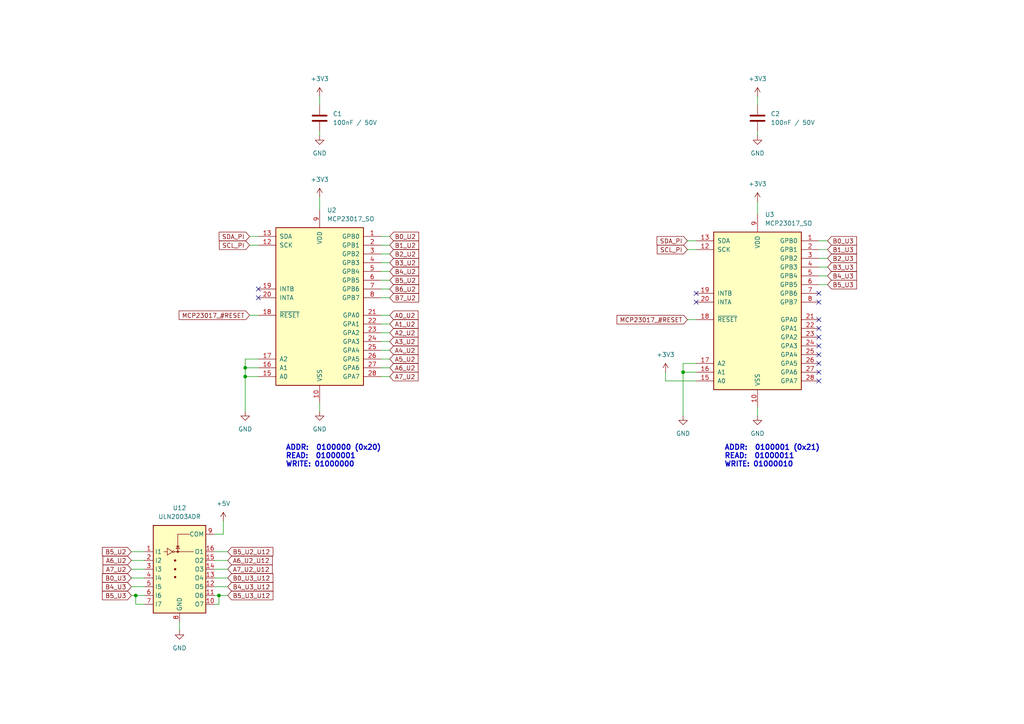
<source format=kicad_sch>
(kicad_sch (version 20250114) (generator "eeschema") (generator_version "9.0")
  (paper "A4")
  (lib_symbols
    (symbol "Device:C" (pin_numbers (hide yes)) (pin_names (offset 0.254))
      (property "Reference" "C" (at 0.635 2.54 0))
      (property "Value" "C" (at 0.635 -2.54 0))
      (symbol "C_0_1"
        (polyline (pts (xy -2.032 0.762) (xy 2.032 0.762)) (stroke (width 0.508)))
        (polyline (pts (xy -2.032 -0.762) (xy 2.032 -0.762)) (stroke (width 0.508)))
      )
      (symbol "C_1_1"
        (pin passive line (at 0 3.81 270) (length 2.794) (name "~") (number "1"))
        (pin passive line (at 0 -3.81 90) (length 2.794) (name "~") (number "2"))
      )
    )
    (symbol "Interface_Expansion:MCP23017_SO" (pin_names (offset 1.016))
      (property "Reference" "U" (at -11.43 24.13 0))
      (property "Value" "MCP23017_SO" (at 0 0 0))
      (symbol "MCP23017_SO_0_1"
        (rectangle (start -12.7 22.86) (end 12.7 -22.86) (stroke (width 0.254)) (fill (type background)))
      )
      (symbol "MCP23017_SO_1_1"
        (pin bidirectional line (at -17.78 20.32 0) (length 5.08) (name "SDA") (number "13"))
        (pin input line (at -17.78 17.78 0) (length 5.08) (name "SCK") (number "12"))
        (pin tri_state line (at -17.78 5.08 0) (length 5.08) (name "INTB") (number "19"))
        (pin tri_state line (at -17.78 2.54 0) (length 5.08) (name "INTA") (number "20"))
        (pin input line (at -17.78 -2.54 0) (length 5.08) (name "~{RESET}") (number "18"))
        (pin input line (at -17.78 -15.24 0) (length 5.08) (name "A2") (number "17"))
        (pin input line (at -17.78 -17.78 0) (length 5.08) (name "A1") (number "16"))
        (pin input line (at -17.78 -20.32 0) (length 5.08) (name "A0") (number "15"))
        (pin no_connect line (at -12.7 15.24 0) (length 5.08) (hide yes) (name "NC") (number "11"))
        (pin no_connect line (at -12.7 12.7 0) (length 5.08) (hide yes) (name "NC") (number "14"))
        (pin power_in line (at 0 27.94 270) (length 5.08) (name "VDD") (number "9"))
        (pin power_in line (at 0 -27.94 90) (length 5.08) (name "VSS") (number "10"))
        (pin bidirectional line (at 17.78 20.32 180) (length 5.08) (name "GPB0") (number "1"))
        (pin bidirectional line (at 17.78 17.78 180) (length 5.08) (name "GPB1") (number "2"))
        (pin bidirectional line (at 17.78 15.24 180) (length 5.08) (name "GPB2") (number "3"))
        (pin bidirectional line (at 17.78 12.7 180) (length 5.08) (name "GPB3") (number "4"))
        (pin bidirectional line (at 17.78 10.16 180) (length 5.08) (name "GPB4") (number "5"))
        (pin bidirectional line (at 17.78 7.62 180) (length 5.08) (name "GPB5") (number "6"))
        (pin bidirectional line (at 17.78 5.08 180) (length 5.08) (name "GPB6") (number "7"))
        (pin output line (at 17.78 2.54 180) (length 5.08) (name "GPB7") (number "8"))
        (pin bidirectional line (at 17.78 -2.54 180) (length 5.08) (name "GPA0") (number "21"))
        (pin bidirectional line (at 17.78 -5.08 180) (length 5.08) (name "GPA1") (number "22"))
        (pin bidirectional line (at 17.78 -7.62 180) (length 5.08) (name "GPA2") (number "23"))
        (pin bidirectional line (at 17.78 -10.16 180) (length 5.08) (name "GPA3") (number "24"))
        (pin bidirectional line (at 17.78 -12.7 180) (length 5.08) (name "GPA4") (number "25"))
        (pin bidirectional line (at 17.78 -15.24 180) (length 5.08) (name "GPA5") (number "26"))
        (pin bidirectional line (at 17.78 -17.78 180) (length 5.08) (name "GPA6") (number "27"))
        (pin output line (at 17.78 -20.32 180) (length 5.08) (name "GPA7") (number "28"))
      )
    )
    (symbol "Transistor_Array:ULN2003A"
      (property "Reference" "U" (at 0 15.875 0))
      (property "Value" "ULN2003A" (at 0 13.97 0))
      (symbol "ULN2003A_0_1"
        (rectangle (start -7.62 -12.7) (end 7.62 12.7) (stroke (width 0.254)) (fill (type background)))
        (polyline (pts (xy -4.572 5.08) (xy -3.556 5.08)))
        (polyline (pts (xy -3.556 6.096) (xy -3.556 4.064) (xy -2.032 5.08) (xy -3.556 6.096)))
        (circle (center -1.778 5.08) (radius 0.254))
        (polyline (pts (xy -1.524 5.08) (xy 4.064 5.08)))
        (circle (center -1.27 2.54) (radius 0.254) (fill (type outline)))
        (circle (center -1.27 0) (radius 0.254) (fill (type outline)))
        (circle (center -1.27 -2.286) (radius 0.254) (fill (type outline)))
        (circle (center -0.508 5.08) (radius 0.254) (fill (type outline)))
        (polyline (pts (xy -0.508 5.08) (xy -0.508 10.16) (xy 2.921 10.16)))
        (polyline (pts (xy 0 6.731) (xy -1.016 6.731)))
        (polyline (pts (xy 0 5.969) (xy -1.016 5.969) (xy -0.508 6.731) (xy 0 5.969)))
      )
      (symbol "ULN2003A_1_1"
        (pin input line (at -10.16 5.08 0) (length 2.54) (name "I1") (number "1"))
        (pin input line (at -10.16 2.54 0) (length 2.54) (name "I2") (number "2"))
        (pin input line (at -10.16 0 0) (length 2.54) (name "I3") (number "3"))
        (pin input line (at -10.16 -2.54 0) (length 2.54) (name "I4") (number "4"))
        (pin input line (at -10.16 -5.08 0) (length 2.54) (name "I5") (number "5"))
        (pin input line (at -10.16 -7.62 0) (length 2.54) (name "I6") (number "6"))
        (pin input line (at -10.16 -10.16 0) (length 2.54) (name "I7") (number "7"))
        (pin power_in line (at 0 -15.24 90) (length 2.54) (name "GND") (number "8"))
        (pin passive line (at 10.16 10.16 180) (length 2.54) (name "COM") (number "9"))
        (pin open_collector line (at 10.16 5.08 180) (length 2.54) (name "O1") (number "16"))
        (pin open_collector line (at 10.16 2.54 180) (length 2.54) (name "O2") (number "15"))
        (pin open_collector line (at 10.16 0 180) (length 2.54) (name "O3") (number "14"))
        (pin open_collector line (at 10.16 -2.54 180) (length 2.54) (name "O4") (number "13"))
        (pin open_collector line (at 10.16 -5.08 180) (length 2.54) (name "O5") (number "12"))
        (pin open_collector line (at 10.16 -7.62 180) (length 2.54) (name "O6") (number "11"))
        (pin open_collector line (at 10.16 -10.16 180) (length 2.54) (name "O7") (number "10"))
      )
    )
    (symbol "power:+3V3" (power) (pin_numbers (hide yes)) (pin_names (offset 0) (hide yes))
      (property "Value" "+3V3" (at 0 3.556 0))
      (symbol "+3V3_0_1"
        (polyline (pts (xy -0.762 1.27) (xy 0 2.54)))
        (polyline (pts (xy 0 2.54) (xy 0.762 1.27)))
        (polyline (pts (xy 0 0) (xy 0 2.54)))
      )
      (symbol "+3V3_1_1"
        (pin power_in line (at 0 0 90) (length 0) (name "~") (number "1"))
      )
    )
    (symbol "power:+5V" (power) (pin_numbers (hide yes)) (pin_names (offset 0) (hide yes))
      (property "Value" "+5V" (at 0 3.556 0))
      (symbol "+5V_0_1"
        (polyline (pts (xy -0.762 1.27) (xy 0 2.54)))
        (polyline (pts (xy 0 2.54) (xy 0.762 1.27)))
        (polyline (pts (xy 0 0) (xy 0 2.54)))
      )
      (symbol "+5V_1_1"
        (pin power_in line (at 0 0 90) (length 0) (name "~") (number "1"))
      )
    )
    (symbol "power:GND" (power) (pin_numbers (hide yes)) (pin_names (offset 0) (hide yes))
      (property "Value" "GND" (at 0 -3.81 0))
      (symbol "GND_0_1"
        (polyline (pts (xy 0 0) (xy 0 -1.27) (xy 1.27 -1.27) (xy 0 -2.54) (xy -1.27 -1.27) (xy 0 -1.27)))
      )
      (symbol "GND_1_1"
        (pin power_in line (at 0 0 270) (length 0) (name "~") (number "1"))
      )
    )
  )
  (text "ADDR:  0100000 (0x20)\nREAD:  01000001\nWRITE: 01000000" (at 82.804 132.334 0) (effects (font (size 1.5 1.5) (thickness 0.3) (bold yes)) (justify left)))
  (text "ADDR:  0100001 (0x21)\nREAD:  01000011\nWRITE: 01000010" (at 210.058 132.334 0) (effects (font (size 1.5 1.5) (thickness 0.3) (bold yes)) (justify left)))
  (junction (at 39.37 172.72))
  (junction (at 198.12 107.95))
  (junction (at 71.12 106.68))
  (junction (at 71.12 109.22))
  (junction (at 63.5 172.72))
  (no_connect (at 237.49 100.33))
  (no_connect (at 237.49 87.63))
  (no_connect (at 237.49 85.09))
  (no_connect (at 237.49 95.25))
  (no_connect (at 237.49 110.49))
  (no_connect (at 201.93 85.09))
  (no_connect (at 237.49 97.79))
  (no_connect (at 237.49 105.41))
  (no_connect (at 201.93 87.63))
  (no_connect (at 237.49 92.71))
  (no_connect (at 74.93 83.82))
  (no_connect (at 237.49 107.95))
  (no_connect (at 237.49 102.87))
  (no_connect (at 74.93 86.36))
  (wire (pts (xy 63.5 172.72) (xy 63.5 175.26)))
  (wire (pts (xy 110.49 109.22) (xy 113.03 109.22)))
  (wire (pts (xy 72.39 91.44) (xy 74.93 91.44)))
  (wire (pts (xy 110.49 106.68) (xy 113.03 106.68)))
  (wire (pts (xy 62.23 162.56) (xy 66.04 162.56)))
  (wire (pts (xy 110.49 93.98) (xy 113.03 93.98)))
  (wire (pts (xy 199.39 92.71) (xy 201.93 92.71)))
  (wire (pts (xy 71.12 109.22) (xy 71.12 119.38)))
  (wire (pts (xy 110.49 81.28) (xy 113.03 81.28)))
  (wire (pts (xy 110.49 71.12) (xy 113.03 71.12)))
  (wire (pts (xy 110.49 78.74) (xy 113.03 78.74)))
  (wire (pts (xy 38.1 165.1) (xy 41.91 165.1)))
  (wire (pts (xy 38.1 160.02) (xy 41.91 160.02)))
  (wire (pts (xy 198.12 107.95) (xy 198.12 120.65)))
  (wire (pts (xy 39.37 172.72) (xy 41.91 172.72)))
  (wire (pts (xy 237.49 82.55) (xy 240.03 82.55)))
  (wire (pts (xy 110.49 83.82) (xy 113.03 83.82)))
  (wire (pts (xy 237.49 77.47) (xy 240.03 77.47)))
  (wire (pts (xy 237.49 74.93) (xy 240.03 74.93)))
  (wire (pts (xy 110.49 86.36) (xy 113.03 86.36)))
  (wire (pts (xy 71.12 106.68) (xy 71.12 109.22)))
  (wire (pts (xy 193.04 110.49) (xy 201.93 110.49)))
  (wire (pts (xy 92.71 38.1) (xy 92.71 39.37)))
  (wire (pts (xy 110.49 99.06) (xy 113.03 99.06)))
  (wire (pts (xy 92.71 116.84) (xy 92.71 119.38)))
  (wire (pts (xy 198.12 105.41) (xy 198.12 107.95)))
  (wire (pts (xy 198.12 107.95) (xy 201.93 107.95)))
  (wire (pts (xy 110.49 91.44) (xy 113.03 91.44)))
  (wire (pts (xy 62.23 167.64) (xy 66.04 167.64)))
  (wire (pts (xy 62.23 165.1) (xy 66.04 165.1)))
  (wire (pts (xy 38.1 170.18) (xy 41.91 170.18)))
  (wire (pts (xy 39.37 172.72) (xy 39.37 175.26)))
  (wire (pts (xy 62.23 160.02) (xy 66.04 160.02)))
  (wire (pts (xy 237.49 80.01) (xy 240.03 80.01)))
  (wire (pts (xy 62.23 154.94) (xy 64.77 154.94)))
  (wire (pts (xy 92.71 27.94) (xy 92.71 30.48)))
  (wire (pts (xy 219.71 38.1) (xy 219.71 39.37)))
  (wire (pts (xy 71.12 104.14) (xy 74.93 104.14)))
  (wire (pts (xy 71.12 104.14) (xy 71.12 106.68)))
  (wire (pts (xy 72.39 71.12) (xy 74.93 71.12)))
  (wire (pts (xy 62.23 172.72) (xy 63.5 172.72)))
  (wire (pts (xy 219.71 58.42) (xy 219.71 62.23)))
  (wire (pts (xy 38.1 162.56) (xy 41.91 162.56)))
  (wire (pts (xy 237.49 69.85) (xy 240.03 69.85)))
  (wire (pts (xy 110.49 96.52) (xy 113.03 96.52)))
  (wire (pts (xy 110.49 76.2) (xy 113.03 76.2)))
  (wire (pts (xy 62.23 170.18) (xy 66.04 170.18)))
  (wire (pts (xy 62.23 175.26) (xy 63.5 175.26)))
  (wire (pts (xy 38.1 172.72) (xy 39.37 172.72)))
  (wire (pts (xy 110.49 73.66) (xy 113.03 73.66)))
  (wire (pts (xy 199.39 72.39) (xy 201.93 72.39)))
  (wire (pts (xy 52.07 180.34) (xy 52.07 182.88)))
  (wire (pts (xy 64.77 151.13) (xy 64.77 154.94)))
  (wire (pts (xy 237.49 72.39) (xy 240.03 72.39)))
  (wire (pts (xy 199.39 69.85) (xy 201.93 69.85)))
  (wire (pts (xy 219.71 118.11) (xy 219.71 120.65)))
  (wire (pts (xy 110.49 104.14) (xy 113.03 104.14)))
  (wire (pts (xy 71.12 106.68) (xy 74.93 106.68)))
  (wire (pts (xy 38.1 167.64) (xy 41.91 167.64)))
  (wire (pts (xy 63.5 172.72) (xy 66.04 172.72)))
  (wire (pts (xy 110.49 101.6) (xy 113.03 101.6)))
  (wire (pts (xy 219.71 27.94) (xy 219.71 30.48)))
  (wire (pts (xy 39.37 175.26) (xy 41.91 175.26)))
  (wire (pts (xy 72.39 68.58) (xy 74.93 68.58)))
  (wire (pts (xy 198.12 105.41) (xy 201.93 105.41)))
  (wire (pts (xy 110.49 68.58) (xy 113.03 68.58)))
  (wire (pts (xy 193.04 107.95) (xy 193.04 110.49)))
  (wire (pts (xy 71.12 109.22) (xy 74.93 109.22)))
  (wire (pts (xy 92.71 57.15) (xy 92.71 60.96)))
  (global_label "B3_U2" (shape input) (at 113.03 76.2 0) (property "Intersheetrefs" "${INTERSHEET_REFS}" (effects (hide yes))))
  (global_label "B1_U3" (shape input) (at 240.03 72.39 0) (property "Intersheetrefs" "${INTERSHEET_REFS}" (effects (hide yes))))
  (global_label "A2_U2" (shape input) (at 113.03 96.52 0) (property "Intersheetrefs" "${INTERSHEET_REFS}" (effects (hide yes))))
  (global_label "A7_U2_U12" (shape input) (at 66.04 165.1 0) (property "Intersheetrefs" "${INTERSHEET_REFS}" (effects (hide yes))))
  (global_label "A7_U2" (shape input) (at 38.1 165.1 180) (property "Intersheetrefs" "${INTERSHEET_REFS}" (effects (hide yes))))
  (global_label "SCL_PI" (shape input) (at 199.39 72.39 180) (property "Intersheetrefs" "${INTERSHEET_REFS}" (effects (hide yes))))
  (global_label "B0_U2" (shape input) (at 113.03 68.58 0) (property "Intersheetrefs" "${INTERSHEET_REFS}" (effects (hide yes))))
  (global_label "B0_U3_U12" (shape input) (at 66.04 167.64 0) (property "Intersheetrefs" "${INTERSHEET_REFS}" (effects (hide yes))))
  (global_label "B5_U2_U12" (shape input) (at 66.04 160.02 0) (property "Intersheetrefs" "${INTERSHEET_REFS}" (effects (hide yes))))
  (global_label "A6_U2" (shape input) (at 38.1 162.56 180) (property "Intersheetrefs" "${INTERSHEET_REFS}" (effects (hide yes))))
  (global_label "B7_U2" (shape input) (at 113.03 86.36 0) (property "Intersheetrefs" "${INTERSHEET_REFS}" (effects (hide yes))))
  (global_label "B5_U3" (shape input) (at 240.03 82.55 0) (property "Intersheetrefs" "${INTERSHEET_REFS}" (effects (hide yes))))
  (global_label "A1_U2" (shape input) (at 113.03 93.98 0) (property "Intersheetrefs" "${INTERSHEET_REFS}" (effects (hide yes))))
  (global_label "A5_U2" (shape input) (at 113.03 104.14 0) (property "Intersheetrefs" "${INTERSHEET_REFS}" (effects (hide yes))))
  (global_label "B4_U3_U12" (shape input) (at 66.04 170.18 0) (property "Intersheetrefs" "${INTERSHEET_REFS}" (effects (hide yes))))
  (global_label "B0_U3" (shape input) (at 240.03 69.85 0) (property "Intersheetrefs" "${INTERSHEET_REFS}" (effects (hide yes))))
  (global_label "B5_U2" (shape input) (at 113.03 81.28 0) (property "Intersheetrefs" "${INTERSHEET_REFS}" (effects (hide yes))))
  (global_label "B4_U3" (shape input) (at 240.03 80.01 0) (property "Intersheetrefs" "${INTERSHEET_REFS}" (effects (hide yes))))
  (global_label "B5_U2" (shape input) (at 38.1 160.02 180) (property "Intersheetrefs" "${INTERSHEET_REFS}" (effects (hide yes))))
  (global_label "MCP23017_#RESET" (shape input) (at 199.39 92.71 180) (property "Intersheetrefs" "${INTERSHEET_REFS}" (effects (hide yes))))
  (global_label "A0_U2" (shape input) (at 113.03 91.44 0) (property "Intersheetrefs" "${INTERSHEET_REFS}" (effects (hide yes))))
  (global_label "B2_U3" (shape input) (at 240.03 74.93 0) (property "Intersheetrefs" "${INTERSHEET_REFS}" (effects (hide yes))))
  (global_label "B3_U3" (shape input) (at 240.03 77.47 0) (property "Intersheetrefs" "${INTERSHEET_REFS}" (effects (hide yes))))
  (global_label "B2_U2" (shape input) (at 113.03 73.66 0) (property "Intersheetrefs" "${INTERSHEET_REFS}" (effects (hide yes))))
  (global_label "A4_U2" (shape input) (at 113.03 101.6 0) (property "Intersheetrefs" "${INTERSHEET_REFS}" (effects (hide yes))))
  (global_label "MCP23017_#RESET" (shape input) (at 72.39 91.44 180) (property "Intersheetrefs" "${INTERSHEET_REFS}" (effects (hide yes))))
  (global_label "SDA_PI" (shape input) (at 199.39 69.85 180) (property "Intersheetrefs" "${INTERSHEET_REFS}" (effects (hide yes))))
  (global_label "B1_U2" (shape input) (at 113.03 71.12 0) (property "Intersheetrefs" "${INTERSHEET_REFS}" (effects (hide yes))))
  (global_label "A7_U2" (shape input) (at 113.03 109.22 0) (property "Intersheetrefs" "${INTERSHEET_REFS}" (effects (hide yes))))
  (global_label "B5_U3_U12" (shape input) (at 66.04 172.72 0) (property "Intersheetrefs" "${INTERSHEET_REFS}" (effects (hide yes))))
  (global_label "B5_U3" (shape input) (at 38.1 172.72 180) (property "Intersheetrefs" "${INTERSHEET_REFS}" (effects (hide yes))))
  (global_label "B0_U3" (shape input) (at 38.1 167.64 180) (property "Intersheetrefs" "${INTERSHEET_REFS}" (effects (hide yes))))
  (global_label "B4_U3" (shape input) (at 38.1 170.18 180) (property "Intersheetrefs" "${INTERSHEET_REFS}" (effects (hide yes))))
  (global_label "B6_U2" (shape input) (at 113.03 83.82 0) (property "Intersheetrefs" "${INTERSHEET_REFS}" (effects (hide yes))))
  (global_label "B4_U2" (shape input) (at 113.03 78.74 0) (property "Intersheetrefs" "${INTERSHEET_REFS}" (effects (hide yes))))
  (global_label "SDA_PI" (shape input) (at 72.39 68.58 180) (property "Intersheetrefs" "${INTERSHEET_REFS}" (effects (hide yes))))
  (global_label "A6_U2" (shape input) (at 113.03 106.68 0) (property "Intersheetrefs" "${INTERSHEET_REFS}" (effects (hide yes))))
  (global_label "SCL_PI" (shape input) (at 72.39 71.12 180) (property "Intersheetrefs" "${INTERSHEET_REFS}" (effects (hide yes))))
  (global_label "A6_U2_U12" (shape input) (at 66.04 162.56 0) (property "Intersheetrefs" "${INTERSHEET_REFS}" (effects (hide yes))))
  (global_label "A3_U2" (shape input) (at 113.03 99.06 0) (property "Intersheetrefs" "${INTERSHEET_REFS}" (effects (hide yes))))
  (symbol (lib_id "power:GND") (at 71.12 119.38 0) (unit 1)
    (property "Reference" "#PWR08" (effects (hide yes)))
    (property "Value" "GND" (at 71.12 124.46 0))
    (property "Description" "Power symbol creates a global label with name \"GND\" , ground" (effects (hide yes)))
  )
  (symbol (lib_id "Transistor_Array:ULN2003A") (at 52.07 165.1 0) (unit 1)
    (property "Reference" "U12" (at 52.07 147.32 0))
    (property "Value" "ULN2003ADR" (at 52.07 149.86 0))
    (property "Footprint" "Package_SO:SOIC-16_3.9x9.9mm_P1.27mm" (effects (hide yes)))
    (property "Datasheet" "http://www.ti.com/lit/ds/symlink/uln2003a.pdf" (effects (hide yes)))
    (property "Description" "High Voltage, High Current Darlington Transistor Arrays, SOIC16/SOIC16W/DIP16/TSSOP16" (effects (hide yes)))
  )
  (symbol (lib_id "Interface_Expansion:MCP23017_SO") (at 219.71 90.17 0) (unit 1)
    (property "Reference" "U3" (at 221.8533 62.23 0) (effects (justify left)))
    (property "Value" "MCP23017_SO" (at 221.8533 64.77 0) (effects (justify left)))
    (property "Footprint" "Package_SO:SOIC-28W_7.5x17.9mm_P1.27mm" (effects (hide yes)))
    (property "Datasheet" "https://ww1.microchip.com/downloads/aemDocuments/documents/APID/ProductDocuments/DataSheets/MCP23017-Data-Sheet-DS20001952.pdf" (effects (hide yes)))
    (property "Description" "16-bit I/O expander, I2C, interrupts, w pull-ups, GPA/B7 output only (https://microchip.my.site.com/s/article/GPA7---GPB7-Cannot-Be-Used-as-Inputs-In-MCP23017),  SOIC-28" (effects (hide yes)))
  )
  (symbol (lib_id "power:+3V3") (at 219.71 58.42 0) (unit 1)
    (property "Reference" "#PWR05" (effects (hide yes)))
    (property "Value" "+3V3" (at 219.71 53.34 0))
    (property "Description" "Power symbol creates a global label with name \"+3V3\"" (effects (hide yes)))
  )
  (symbol (lib_id "power:+3V3") (at 92.71 57.15 0) (unit 1)
    (property "Reference" "#PWR04" (effects (hide yes)))
    (property "Value" "+3V3" (at 92.71 52.07 0))
    (property "Description" "Power symbol creates a global label with name \"+3V3\"" (effects (hide yes)))
  )
  (symbol (lib_id "Device:C") (at 92.71 34.29 0) (unit 1)
    (property "Reference" "C1" (at 96.52 33.0199 0) (effects (justify left)))
    (property "Value" "100nF / 50V" (at 96.52 35.5599 0) (effects (justify left)))
    (property "Footprint" "Capacitor_SMD:C_0603_1608Metric" (effects (hide yes)))
    (property "Description" "Unpolarized capacitor" (effects (hide yes)))
  )
  (symbol (lib_id "power:+3V3") (at 219.71 27.94 0) (unit 1)
    (property "Reference" "#PWR013" (effects (hide yes)))
    (property "Value" "+3V3" (at 219.71 22.86 0))
    (property "Description" "Power symbol creates a global label with name \"+3V3\"" (effects (hide yes)))
  )
  (symbol (lib_id "power:+3V3") (at 193.04 107.95 0) (unit 1)
    (property "Reference" "#PWR010" (effects (hide yes)))
    (property "Value" "+3V3" (at 193.04 102.87 0))
    (property "Description" "Power symbol creates a global label with name \"+3V3\"" (effects (hide yes)))
  )
  (symbol (lib_id "power:GND") (at 92.71 119.38 0) (unit 1)
    (property "Reference" "#PWR06" (effects (hide yes)))
    (property "Value" "GND" (at 92.71 124.46 0))
    (property "Description" "Power symbol creates a global label with name \"GND\" , ground" (effects (hide yes)))
  )
  (symbol (lib_id "power:+5V") (at 64.77 151.13 0) (unit 1)
    (property "Reference" "#PWR092" (effects (hide yes)))
    (property "Value" "+5V" (at 64.77 146.05 0))
    (property "Description" "Power symbol creates a global label with name \"+5V\"" (effects (hide yes)))
  )
  (symbol (lib_id "power:GND") (at 52.07 182.88 0) (unit 1)
    (property "Reference" "#PWR091" (effects (hide yes)))
    (property "Value" "GND" (at 52.07 187.96 0))
    (property "Description" "Power symbol creates a global label with name \"GND\" , ground" (effects (hide yes)))
  )
  (symbol (lib_id "power:GND") (at 198.12 120.65 0) (unit 1)
    (property "Reference" "#PWR09" (effects (hide yes)))
    (property "Value" "GND" (at 198.12 125.73 0))
    (property "Description" "Power symbol creates a global label with name \"GND\" , ground" (effects (hide yes)))
  )
  (symbol (lib_id "power:GND") (at 219.71 39.37 0) (unit 1)
    (property "Reference" "#PWR014" (effects (hide yes)))
    (property "Value" "GND" (at 219.71 44.45 0))
    (property "Description" "Power symbol creates a global label with name \"GND\" , ground" (effects (hide yes)))
  )
  (symbol (lib_id "Device:C") (at 219.71 34.29 0) (unit 1)
    (property "Reference" "C2" (at 223.52 33.0199 0) (effects (justify left)))
    (property "Value" "100nF / 50V" (at 223.52 35.5599 0) (effects (justify left)))
    (property "Footprint" "Capacitor_SMD:C_0603_1608Metric" (effects (hide yes)))
    (property "Description" "Unpolarized capacitor" (effects (hide yes)))
  )
  (symbol (lib_id "power:GND") (at 219.71 120.65 0) (unit 1)
    (property "Reference" "#PWR07" (effects (hide yes)))
    (property "Value" "GND" (at 219.71 125.73 0))
    (property "Description" "Power symbol creates a global label with name \"GND\" , ground" (effects (hide yes)))
  )
  (symbol (lib_id "Interface_Expansion:MCP23017_SO") (at 92.71 88.9 0) (unit 1)
    (property "Reference" "U2" (at 94.8533 60.96 0) (effects (justify left)))
    (property "Value" "MCP23017_SO" (at 94.8533 63.5 0) (effects (justify left)))
    (property "Footprint" "Package_SO:SOIC-28W_7.5x17.9mm_P1.27mm" (effects (hide yes)))
    (property "Datasheet" "https://ww1.microchip.com/downloads/aemDocuments/documents/APID/ProductDocuments/DataSheets/MCP23017-Data-Sheet-DS20001952.pdf" (effects (hide yes)))
    (property "Description" "16-bit I/O expander, I2C, interrupts, w pull-ups, GPA/B7 output only (https://microchip.my.site.com/s/article/GPA7---GPB7-Cannot-Be-Used-as-Inputs-In-MCP23017),  SOIC-28" (effects (hide yes)))
  )
  (symbol (lib_id "power:GND") (at 92.71 39.37 0) (unit 1)
    (property "Reference" "#PWR011" (effects (hide yes)))
    (property "Value" "GND" (at 92.71 44.45 0))
    (property "Description" "Power symbol creates a global label with name \"GND\" , ground" (effects (hide yes)))
  )
  (symbol (lib_id "power:+3V3") (at 92.71 27.94 0) (unit 1)
    (property "Reference" "#PWR012" (effects (hide yes)))
    (property "Value" "+3V3" (at 92.71 22.86 0))
    (property "Description" "Power symbol creates a global label with name \"+3V3\"" (effects (hide yes)))
  )
)
</source>
